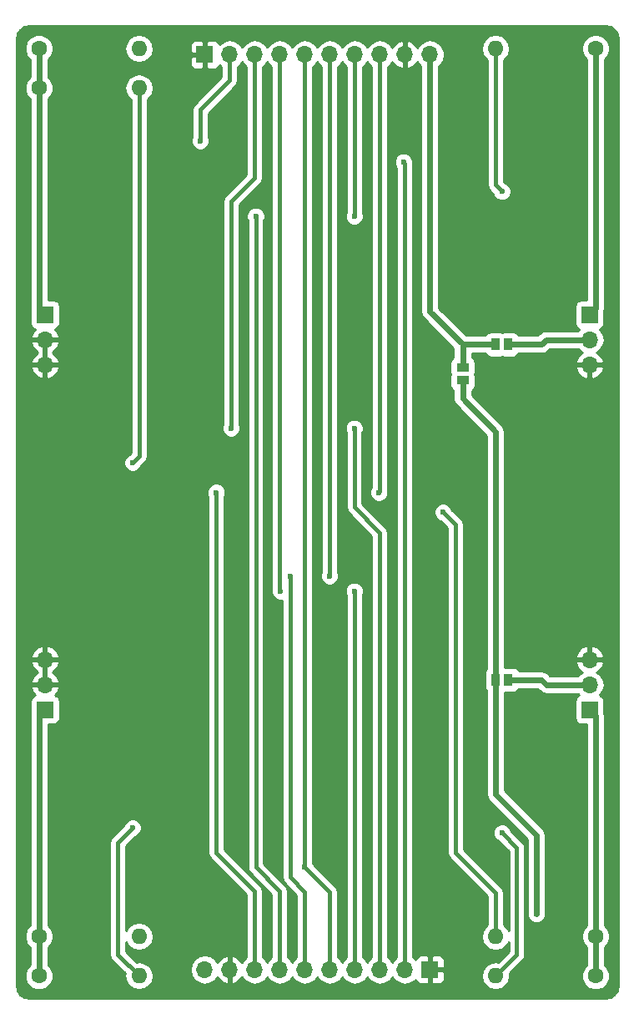
<source format=gbr>
G04 #@! TF.FileFunction,Copper,L2,Bot,Signal*
%FSLAX46Y46*%
G04 Gerber Fmt 4.6, Leading zero omitted, Abs format (unit mm)*
G04 Created by KiCad (PCBNEW 4.0.4+e1-6308~48~ubuntu16.04.1-stable) date Sun Jan 28 16:13:34 2018*
%MOMM*%
%LPD*%
G01*
G04 APERTURE LIST*
%ADD10C,0.100000*%
%ADD11R,1.700000X1.700000*%
%ADD12O,1.700000X1.700000*%
%ADD13C,1.600000*%
%ADD14O,1.600000X1.600000*%
%ADD15R,0.970000X1.270000*%
%ADD16R,1.270000X0.970000*%
%ADD17C,0.600000*%
%ADD18C,0.400000*%
%ADD19C,0.600000*%
%ADD20C,0.254000*%
G04 APERTURE END LIST*
D10*
D11*
X119820000Y-58620000D03*
D12*
X122360000Y-58620000D03*
X124900000Y-58620000D03*
X127440000Y-58620000D03*
X129980000Y-58620000D03*
X132520000Y-58620000D03*
X135060000Y-58620000D03*
X137600000Y-58620000D03*
X140140000Y-58620000D03*
X142680000Y-58620000D03*
D11*
X142680000Y-151380000D03*
D12*
X140140000Y-151380000D03*
X137600000Y-151380000D03*
X135060000Y-151380000D03*
X132520000Y-151380000D03*
X129980000Y-151380000D03*
X127440000Y-151380000D03*
X124900000Y-151380000D03*
X122360000Y-151380000D03*
X119820000Y-151380000D03*
D13*
X103000000Y-58000000D03*
D14*
X113160000Y-58000000D03*
D13*
X159500000Y-58000000D03*
D14*
X149340000Y-58000000D03*
D13*
X159500000Y-152000000D03*
D14*
X149340000Y-152000000D03*
D13*
X103000000Y-148000000D03*
D14*
X113160000Y-148000000D03*
D13*
X103000000Y-152000000D03*
D14*
X113160000Y-152000000D03*
D13*
X103000000Y-62000000D03*
D14*
X113160000Y-62000000D03*
D13*
X159500000Y-148000000D03*
D14*
X149340000Y-148000000D03*
D11*
X103620000Y-84980000D03*
D12*
X103620000Y-87520000D03*
X103620000Y-90060000D03*
D11*
X158880000Y-84980000D03*
D12*
X158880000Y-87520000D03*
X158880000Y-90060000D03*
D11*
X103620000Y-125020000D03*
D12*
X103620000Y-122480000D03*
X103620000Y-119940000D03*
D11*
X158880000Y-125020000D03*
D12*
X158880000Y-122480000D03*
X158880000Y-119940000D03*
D15*
X150640000Y-88000000D03*
X149360000Y-88000000D03*
D16*
X146000000Y-91640000D03*
X146000000Y-90360000D03*
D15*
X150640000Y-122000000D03*
X149360000Y-122000000D03*
D17*
X150000000Y-72500000D03*
X150000000Y-137500000D03*
X112500000Y-137000000D03*
X112500000Y-100000000D03*
X144000000Y-105000000D03*
X140000000Y-69500000D03*
X119380000Y-67395000D03*
X122500000Y-96500000D03*
X135000000Y-96500000D03*
X135000000Y-113000000D03*
X127500000Y-113000000D03*
X129980000Y-141000000D03*
X128500000Y-111500000D03*
X132500000Y-111500000D03*
X125000000Y-75000000D03*
X135000000Y-75000000D03*
X137500000Y-103000000D03*
X121000000Y-103000000D03*
X153500000Y-145750000D03*
D18*
X149340000Y-58000000D02*
X149340000Y-62000000D01*
X149340000Y-71840000D02*
X150000000Y-72500000D01*
X149340000Y-62000000D02*
X149340000Y-71840000D01*
X151500000Y-149840000D02*
X149340000Y-152000000D01*
X151500000Y-139000000D02*
X151500000Y-149840000D01*
X150000000Y-137500000D02*
X151500000Y-139000000D01*
X111000000Y-149840000D02*
X113160000Y-152000000D01*
X111000000Y-138500000D02*
X111000000Y-149840000D01*
X112500000Y-137000000D02*
X111000000Y-138500000D01*
X113160000Y-98340000D02*
X113160000Y-99340000D01*
X113160000Y-62000000D02*
X113160000Y-98340000D01*
X113160000Y-99340000D02*
X112500000Y-100000000D01*
X149340000Y-148000000D02*
X149340000Y-143590000D01*
X145250000Y-106250000D02*
X144000000Y-105000000D01*
X145250000Y-139500000D02*
X145250000Y-106250000D01*
X149340000Y-143590000D02*
X145250000Y-139500000D01*
X140140000Y-151380000D02*
X140140000Y-69640000D01*
X140140000Y-69640000D02*
X140000000Y-69500000D01*
X122360000Y-58620000D02*
X122360000Y-61240000D01*
X119380000Y-64220000D02*
X119380000Y-67395000D01*
X122360000Y-61240000D02*
X119380000Y-64220000D01*
X124900000Y-71100000D02*
X124900000Y-58620000D01*
X122500000Y-73500000D02*
X124900000Y-71100000D01*
X122500000Y-96500000D02*
X122500000Y-73500000D01*
X137600000Y-151380000D02*
X137600000Y-107100000D01*
X135000000Y-104500000D02*
X135000000Y-96500000D01*
X137600000Y-107100000D02*
X135000000Y-104500000D01*
X135060000Y-151380000D02*
X135060000Y-113060000D01*
X135060000Y-113060000D02*
X135000000Y-113000000D01*
X127440000Y-58620000D02*
X127440000Y-112940000D01*
X127440000Y-112940000D02*
X127500000Y-113000000D01*
X129980000Y-58620000D02*
X129980000Y-141000000D01*
X129980000Y-141000000D02*
X129980000Y-140980000D01*
X129980000Y-140980000D02*
X132520000Y-143520000D01*
X132520000Y-143520000D02*
X132520000Y-151380000D01*
X129980000Y-151380000D02*
X129980000Y-143480000D01*
X128500000Y-142000000D02*
X128500000Y-111500000D01*
X129980000Y-143480000D02*
X128500000Y-142000000D01*
X132520000Y-58620000D02*
X132520000Y-111480000D01*
X132520000Y-111480000D02*
X132500000Y-111500000D01*
X127440000Y-151380000D02*
X127440000Y-143440000D01*
X125000000Y-141000000D02*
X125000000Y-75000000D01*
X127440000Y-143440000D02*
X125000000Y-141000000D01*
X135060000Y-74940000D02*
X135060000Y-58620000D01*
X135000000Y-75000000D02*
X135060000Y-74940000D01*
X137600000Y-102900000D02*
X137600000Y-58620000D01*
X137500000Y-103000000D02*
X137600000Y-102900000D01*
X124900000Y-151380000D02*
X124900000Y-143400000D01*
X121000000Y-139500000D02*
X121000000Y-103000000D01*
X124900000Y-143400000D02*
X121000000Y-139500000D01*
D19*
X103000000Y-152000000D02*
X103000000Y-148000000D01*
X159500000Y-58000000D02*
X159500000Y-84360000D01*
X159500000Y-84360000D02*
X158880000Y-84980000D01*
X159500000Y-148000000D02*
X159500000Y-125640000D01*
X159500000Y-125640000D02*
X158880000Y-125020000D01*
X103000000Y-148000000D02*
X103000000Y-125640000D01*
X103000000Y-125640000D02*
X103620000Y-125020000D01*
X103000000Y-62000000D02*
X103000000Y-84360000D01*
X103000000Y-84360000D02*
X103620000Y-84980000D01*
X159500000Y-152000000D02*
X159500000Y-148000000D01*
X103000000Y-58000000D02*
X103000000Y-62000000D01*
X158880000Y-87520000D02*
X154480000Y-87520000D01*
X154000000Y-88000000D02*
X150640000Y-88000000D01*
X154480000Y-87520000D02*
X154000000Y-88000000D01*
X158880000Y-122480000D02*
X154480000Y-122480000D01*
X154000000Y-122000000D02*
X150640000Y-122000000D01*
X154480000Y-122480000D02*
X154000000Y-122000000D01*
X142680000Y-58620000D02*
X142680000Y-84680000D01*
X142680000Y-84680000D02*
X146000000Y-88000000D01*
X149360000Y-88000000D02*
X146000000Y-88000000D01*
X146000000Y-88000000D02*
X146000000Y-90360000D01*
X149360000Y-122000000D02*
X149360000Y-133610000D01*
X153500000Y-137750000D02*
X153500000Y-145750000D01*
X149360000Y-133610000D02*
X153500000Y-137750000D01*
X149360000Y-122000000D02*
X149360000Y-96860000D01*
X146000000Y-93500000D02*
X146000000Y-91640000D01*
X149360000Y-96860000D02*
X146000000Y-93500000D01*
D20*
G36*
X160988338Y-55821046D02*
X161402333Y-56097669D01*
X161678953Y-56511660D01*
X161790000Y-57069931D01*
X161790000Y-152930069D01*
X161678953Y-153488340D01*
X161402333Y-153902331D01*
X160988338Y-154178954D01*
X160430069Y-154290000D01*
X102069931Y-154290000D01*
X101511660Y-154178953D01*
X101097669Y-153902333D01*
X100821046Y-153488338D01*
X100710000Y-152930069D01*
X100710000Y-148284187D01*
X101564752Y-148284187D01*
X101782757Y-148811800D01*
X102065000Y-149094536D01*
X102065000Y-150905742D01*
X101784176Y-151186077D01*
X101565250Y-151713309D01*
X101564752Y-152284187D01*
X101782757Y-152811800D01*
X102186077Y-153215824D01*
X102713309Y-153434750D01*
X103284187Y-153435248D01*
X103811800Y-153217243D01*
X104215824Y-152813923D01*
X104434750Y-152286691D01*
X104435248Y-151715813D01*
X104217243Y-151188200D01*
X103935000Y-150905464D01*
X103935000Y-149094258D01*
X104215824Y-148813923D01*
X104434750Y-148286691D01*
X104435248Y-147715813D01*
X104217243Y-147188200D01*
X103935000Y-146905464D01*
X103935000Y-138500000D01*
X110165000Y-138500000D01*
X110165000Y-149840000D01*
X110228561Y-150159541D01*
X110322983Y-150300853D01*
X110409566Y-150430434D01*
X111743714Y-151764582D01*
X111696887Y-152000000D01*
X111806120Y-152549151D01*
X112117189Y-153014698D01*
X112582736Y-153325767D01*
X113131887Y-153435000D01*
X113188113Y-153435000D01*
X113737264Y-153325767D01*
X114202811Y-153014698D01*
X114513880Y-152549151D01*
X114623113Y-152000000D01*
X114513880Y-151450849D01*
X114447101Y-151350907D01*
X118335000Y-151350907D01*
X118335000Y-151409093D01*
X118448039Y-151977378D01*
X118769946Y-152459147D01*
X119251715Y-152781054D01*
X119820000Y-152894093D01*
X120388285Y-152781054D01*
X120870054Y-152459147D01*
X121097702Y-152118447D01*
X121164817Y-152261358D01*
X121593076Y-152651645D01*
X122003110Y-152821476D01*
X122233000Y-152700155D01*
X122233000Y-151507000D01*
X122213000Y-151507000D01*
X122213000Y-151253000D01*
X122233000Y-151253000D01*
X122233000Y-150059845D01*
X122003110Y-149938524D01*
X121593076Y-150108355D01*
X121164817Y-150498642D01*
X121097702Y-150641553D01*
X120870054Y-150300853D01*
X120388285Y-149978946D01*
X119820000Y-149865907D01*
X119251715Y-149978946D01*
X118769946Y-150300853D01*
X118448039Y-150782622D01*
X118335000Y-151350907D01*
X114447101Y-151350907D01*
X114202811Y-150985302D01*
X113737264Y-150674233D01*
X113188113Y-150565000D01*
X113131887Y-150565000D01*
X112943367Y-150602499D01*
X111835000Y-149494132D01*
X111835000Y-148592373D01*
X112117189Y-149014698D01*
X112582736Y-149325767D01*
X113131887Y-149435000D01*
X113188113Y-149435000D01*
X113737264Y-149325767D01*
X114202811Y-149014698D01*
X114513880Y-148549151D01*
X114623113Y-148000000D01*
X114513880Y-147450849D01*
X114202811Y-146985302D01*
X113737264Y-146674233D01*
X113188113Y-146565000D01*
X113131887Y-146565000D01*
X112582736Y-146674233D01*
X112117189Y-146985302D01*
X111835000Y-147407627D01*
X111835000Y-138845868D01*
X112788333Y-137892535D01*
X113028943Y-137793117D01*
X113292192Y-137530327D01*
X113434838Y-137186799D01*
X113435162Y-136814833D01*
X113293117Y-136471057D01*
X113030327Y-136207808D01*
X112686799Y-136065162D01*
X112314833Y-136064838D01*
X111971057Y-136206883D01*
X111707808Y-136469673D01*
X111607222Y-136711910D01*
X110409566Y-137909566D01*
X110228561Y-138180459D01*
X110165000Y-138500000D01*
X103935000Y-138500000D01*
X103935000Y-126517440D01*
X104470000Y-126517440D01*
X104705317Y-126473162D01*
X104921441Y-126334090D01*
X105066431Y-126121890D01*
X105117440Y-125870000D01*
X105117440Y-124170000D01*
X105073162Y-123934683D01*
X104934090Y-123718559D01*
X104721890Y-123573569D01*
X104613893Y-123551699D01*
X104891645Y-123246924D01*
X105061476Y-122836890D01*
X104940155Y-122607000D01*
X103747000Y-122607000D01*
X103747000Y-122627000D01*
X103493000Y-122627000D01*
X103493000Y-122607000D01*
X102299845Y-122607000D01*
X102178524Y-122836890D01*
X102348355Y-123246924D01*
X102624501Y-123549937D01*
X102534683Y-123566838D01*
X102318559Y-123705910D01*
X102173569Y-123918110D01*
X102122560Y-124170000D01*
X102122560Y-125350628D01*
X102065000Y-125640000D01*
X102065000Y-146905742D01*
X101784176Y-147186077D01*
X101565250Y-147713309D01*
X101564752Y-148284187D01*
X100710000Y-148284187D01*
X100710000Y-120296890D01*
X102178524Y-120296890D01*
X102348355Y-120706924D01*
X102738642Y-121135183D01*
X102897954Y-121210000D01*
X102738642Y-121284817D01*
X102348355Y-121713076D01*
X102178524Y-122123110D01*
X102299845Y-122353000D01*
X103493000Y-122353000D01*
X103493000Y-120067000D01*
X103747000Y-120067000D01*
X103747000Y-122353000D01*
X104940155Y-122353000D01*
X105061476Y-122123110D01*
X104891645Y-121713076D01*
X104501358Y-121284817D01*
X104342046Y-121210000D01*
X104501358Y-121135183D01*
X104891645Y-120706924D01*
X105061476Y-120296890D01*
X104940155Y-120067000D01*
X103747000Y-120067000D01*
X103493000Y-120067000D01*
X102299845Y-120067000D01*
X102178524Y-120296890D01*
X100710000Y-120296890D01*
X100710000Y-119583110D01*
X102178524Y-119583110D01*
X102299845Y-119813000D01*
X103493000Y-119813000D01*
X103493000Y-118619181D01*
X103747000Y-118619181D01*
X103747000Y-119813000D01*
X104940155Y-119813000D01*
X105061476Y-119583110D01*
X104891645Y-119173076D01*
X104501358Y-118744817D01*
X103976892Y-118498514D01*
X103747000Y-118619181D01*
X103493000Y-118619181D01*
X103263108Y-118498514D01*
X102738642Y-118744817D01*
X102348355Y-119173076D01*
X102178524Y-119583110D01*
X100710000Y-119583110D01*
X100710000Y-100185167D01*
X111564838Y-100185167D01*
X111706883Y-100528943D01*
X111969673Y-100792192D01*
X112313201Y-100934838D01*
X112685167Y-100935162D01*
X113028943Y-100793117D01*
X113292192Y-100530327D01*
X113392778Y-100288090D01*
X113750434Y-99930434D01*
X113827676Y-99814833D01*
X113931439Y-99659541D01*
X113995000Y-99340000D01*
X113995000Y-67580167D01*
X118444838Y-67580167D01*
X118586883Y-67923943D01*
X118849673Y-68187192D01*
X119193201Y-68329838D01*
X119565167Y-68330162D01*
X119908943Y-68188117D01*
X120172192Y-67925327D01*
X120314838Y-67581799D01*
X120315162Y-67209833D01*
X120215000Y-66967422D01*
X120215000Y-64565868D01*
X122950434Y-61830434D01*
X123076214Y-61642191D01*
X123131439Y-61559541D01*
X123195000Y-61240000D01*
X123195000Y-59842841D01*
X123410054Y-59699147D01*
X123630000Y-59369974D01*
X123849946Y-59699147D01*
X124065000Y-59842841D01*
X124065000Y-70754132D01*
X121909566Y-72909566D01*
X121728561Y-73180459D01*
X121665000Y-73500000D01*
X121665000Y-96072766D01*
X121565162Y-96313201D01*
X121564838Y-96685167D01*
X121706883Y-97028943D01*
X121969673Y-97292192D01*
X122313201Y-97434838D01*
X122685167Y-97435162D01*
X123028943Y-97293117D01*
X123292192Y-97030327D01*
X123434838Y-96686799D01*
X123435162Y-96314833D01*
X123335000Y-96072422D01*
X123335000Y-73845868D01*
X125490434Y-71690434D01*
X125671440Y-71419540D01*
X125735000Y-71100000D01*
X125735000Y-59842841D01*
X125950054Y-59699147D01*
X126170000Y-59369974D01*
X126389946Y-59699147D01*
X126605000Y-59842841D01*
X126605000Y-112717261D01*
X126565162Y-112813201D01*
X126564838Y-113185167D01*
X126706883Y-113528943D01*
X126969673Y-113792192D01*
X127313201Y-113934838D01*
X127665000Y-113935144D01*
X127665000Y-142000000D01*
X127728561Y-142319541D01*
X127892572Y-142565000D01*
X127909566Y-142590434D01*
X129145000Y-143825868D01*
X129145000Y-150157159D01*
X128929946Y-150300853D01*
X128710000Y-150630026D01*
X128490054Y-150300853D01*
X128275000Y-150157159D01*
X128275000Y-143440000D01*
X128211439Y-143120459D01*
X128030434Y-142849566D01*
X125835000Y-140654132D01*
X125835000Y-75427234D01*
X125934838Y-75186799D01*
X125935162Y-74814833D01*
X125793117Y-74471057D01*
X125530327Y-74207808D01*
X125186799Y-74065162D01*
X124814833Y-74064838D01*
X124471057Y-74206883D01*
X124207808Y-74469673D01*
X124065162Y-74813201D01*
X124064838Y-75185167D01*
X124165000Y-75427578D01*
X124165000Y-141000000D01*
X124228561Y-141319541D01*
X124288714Y-141409566D01*
X124409566Y-141590434D01*
X126605000Y-143785868D01*
X126605000Y-150157159D01*
X126389946Y-150300853D01*
X126170000Y-150630026D01*
X125950054Y-150300853D01*
X125735000Y-150157159D01*
X125735000Y-143400000D01*
X125671439Y-143080459D01*
X125490434Y-142809566D01*
X121835000Y-139154132D01*
X121835000Y-103427234D01*
X121934838Y-103186799D01*
X121935162Y-102814833D01*
X121793117Y-102471057D01*
X121530327Y-102207808D01*
X121186799Y-102065162D01*
X120814833Y-102064838D01*
X120471057Y-102206883D01*
X120207808Y-102469673D01*
X120065162Y-102813201D01*
X120064838Y-103185167D01*
X120165000Y-103427578D01*
X120165000Y-139500000D01*
X120228561Y-139819541D01*
X120392463Y-140064838D01*
X120409566Y-140090434D01*
X124065000Y-143745868D01*
X124065000Y-150157159D01*
X123849946Y-150300853D01*
X123622298Y-150641553D01*
X123555183Y-150498642D01*
X123126924Y-150108355D01*
X122716890Y-149938524D01*
X122487000Y-150059845D01*
X122487000Y-151253000D01*
X122507000Y-151253000D01*
X122507000Y-151507000D01*
X122487000Y-151507000D01*
X122487000Y-152700155D01*
X122716890Y-152821476D01*
X123126924Y-152651645D01*
X123555183Y-152261358D01*
X123622298Y-152118447D01*
X123849946Y-152459147D01*
X124331715Y-152781054D01*
X124900000Y-152894093D01*
X125468285Y-152781054D01*
X125950054Y-152459147D01*
X126170000Y-152129974D01*
X126389946Y-152459147D01*
X126871715Y-152781054D01*
X127440000Y-152894093D01*
X128008285Y-152781054D01*
X128490054Y-152459147D01*
X128710000Y-152129974D01*
X128929946Y-152459147D01*
X129411715Y-152781054D01*
X129980000Y-152894093D01*
X130548285Y-152781054D01*
X131030054Y-152459147D01*
X131250000Y-152129974D01*
X131469946Y-152459147D01*
X131951715Y-152781054D01*
X132520000Y-152894093D01*
X133088285Y-152781054D01*
X133570054Y-152459147D01*
X133790000Y-152129974D01*
X134009946Y-152459147D01*
X134491715Y-152781054D01*
X135060000Y-152894093D01*
X135628285Y-152781054D01*
X136110054Y-152459147D01*
X136330000Y-152129974D01*
X136549946Y-152459147D01*
X137031715Y-152781054D01*
X137600000Y-152894093D01*
X138168285Y-152781054D01*
X138650054Y-152459147D01*
X138870000Y-152129974D01*
X139089946Y-152459147D01*
X139571715Y-152781054D01*
X140140000Y-152894093D01*
X140708285Y-152781054D01*
X141190054Y-152459147D01*
X141219403Y-152415223D01*
X141291673Y-152589698D01*
X141470301Y-152768327D01*
X141703690Y-152865000D01*
X142394250Y-152865000D01*
X142553000Y-152706250D01*
X142553000Y-151507000D01*
X142807000Y-151507000D01*
X142807000Y-152706250D01*
X142965750Y-152865000D01*
X143656310Y-152865000D01*
X143889699Y-152768327D01*
X144068327Y-152589698D01*
X144165000Y-152356309D01*
X144165000Y-151665750D01*
X144006250Y-151507000D01*
X142807000Y-151507000D01*
X142553000Y-151507000D01*
X142533000Y-151507000D01*
X142533000Y-151253000D01*
X142553000Y-151253000D01*
X142553000Y-150053750D01*
X142807000Y-150053750D01*
X142807000Y-151253000D01*
X144006250Y-151253000D01*
X144165000Y-151094250D01*
X144165000Y-150403691D01*
X144068327Y-150170302D01*
X143889699Y-149991673D01*
X143656310Y-149895000D01*
X142965750Y-149895000D01*
X142807000Y-150053750D01*
X142553000Y-150053750D01*
X142394250Y-149895000D01*
X141703690Y-149895000D01*
X141470301Y-149991673D01*
X141291673Y-150170302D01*
X141219403Y-150344777D01*
X141190054Y-150300853D01*
X140975000Y-150157159D01*
X140975000Y-105185167D01*
X143064838Y-105185167D01*
X143206883Y-105528943D01*
X143469673Y-105792192D01*
X143711910Y-105892778D01*
X144415000Y-106595868D01*
X144415000Y-139500000D01*
X144478561Y-139819541D01*
X144642463Y-140064838D01*
X144659566Y-140090434D01*
X148505000Y-143935868D01*
X148505000Y-146846447D01*
X148297189Y-146985302D01*
X147986120Y-147450849D01*
X147876887Y-148000000D01*
X147986120Y-148549151D01*
X148297189Y-149014698D01*
X148762736Y-149325767D01*
X149311887Y-149435000D01*
X149368113Y-149435000D01*
X149917264Y-149325767D01*
X150382811Y-149014698D01*
X150665000Y-148592373D01*
X150665000Y-149494132D01*
X149556633Y-150602499D01*
X149368113Y-150565000D01*
X149311887Y-150565000D01*
X148762736Y-150674233D01*
X148297189Y-150985302D01*
X147986120Y-151450849D01*
X147876887Y-152000000D01*
X147986120Y-152549151D01*
X148297189Y-153014698D01*
X148762736Y-153325767D01*
X149311887Y-153435000D01*
X149368113Y-153435000D01*
X149917264Y-153325767D01*
X150382811Y-153014698D01*
X150693880Y-152549151D01*
X150803113Y-152000000D01*
X150756286Y-151764582D01*
X152090434Y-150430434D01*
X152177017Y-150300853D01*
X152271439Y-150159541D01*
X152335000Y-149840000D01*
X152335000Y-139000000D01*
X152271439Y-138680459D01*
X152090434Y-138409566D01*
X150892535Y-137211667D01*
X150793117Y-136971057D01*
X150530327Y-136707808D01*
X150186799Y-136565162D01*
X149814833Y-136564838D01*
X149471057Y-136706883D01*
X149207808Y-136969673D01*
X149065162Y-137313201D01*
X149064838Y-137685167D01*
X149206883Y-138028943D01*
X149469673Y-138292192D01*
X149711910Y-138392778D01*
X150665000Y-139345868D01*
X150665000Y-147407627D01*
X150382811Y-146985302D01*
X150175000Y-146846447D01*
X150175000Y-143590000D01*
X150111439Y-143270459D01*
X149930434Y-142999566D01*
X146085000Y-139154132D01*
X146085000Y-106250000D01*
X146021439Y-105930459D01*
X145840434Y-105659566D01*
X144892535Y-104711667D01*
X144793117Y-104471057D01*
X144530327Y-104207808D01*
X144186799Y-104065162D01*
X143814833Y-104064838D01*
X143471057Y-104206883D01*
X143207808Y-104469673D01*
X143065162Y-104813201D01*
X143064838Y-105185167D01*
X140975000Y-105185167D01*
X140975000Y-69640000D01*
X140935054Y-69439177D01*
X140935162Y-69314833D01*
X140793117Y-68971057D01*
X140530327Y-68707808D01*
X140186799Y-68565162D01*
X139814833Y-68564838D01*
X139471057Y-68706883D01*
X139207808Y-68969673D01*
X139065162Y-69313201D01*
X139064838Y-69685167D01*
X139206883Y-70028943D01*
X139305000Y-70127231D01*
X139305000Y-150157159D01*
X139089946Y-150300853D01*
X138870000Y-150630026D01*
X138650054Y-150300853D01*
X138435000Y-150157159D01*
X138435000Y-107100000D01*
X138371439Y-106780459D01*
X138190434Y-106509566D01*
X135835000Y-104154132D01*
X135835000Y-96927234D01*
X135934838Y-96686799D01*
X135935162Y-96314833D01*
X135793117Y-95971057D01*
X135530327Y-95707808D01*
X135186799Y-95565162D01*
X134814833Y-95564838D01*
X134471057Y-95706883D01*
X134207808Y-95969673D01*
X134065162Y-96313201D01*
X134064838Y-96685167D01*
X134165000Y-96927578D01*
X134165000Y-104500000D01*
X134228561Y-104819541D01*
X134349140Y-105000000D01*
X134409566Y-105090434D01*
X136765000Y-107445868D01*
X136765000Y-150157159D01*
X136549946Y-150300853D01*
X136330000Y-150630026D01*
X136110054Y-150300853D01*
X135895000Y-150157159D01*
X135895000Y-113282739D01*
X135934838Y-113186799D01*
X135935162Y-112814833D01*
X135793117Y-112471057D01*
X135530327Y-112207808D01*
X135186799Y-112065162D01*
X134814833Y-112064838D01*
X134471057Y-112206883D01*
X134207808Y-112469673D01*
X134065162Y-112813201D01*
X134064838Y-113185167D01*
X134206883Y-113528943D01*
X134225000Y-113547092D01*
X134225000Y-150157159D01*
X134009946Y-150300853D01*
X133790000Y-150630026D01*
X133570054Y-150300853D01*
X133355000Y-150157159D01*
X133355000Y-143520000D01*
X133291439Y-143200459D01*
X133110434Y-142929566D01*
X130858452Y-140677584D01*
X130815000Y-140572422D01*
X130815000Y-59842841D01*
X131030054Y-59699147D01*
X131250000Y-59369974D01*
X131469946Y-59699147D01*
X131685000Y-59842841D01*
X131685000Y-111024600D01*
X131565162Y-111313201D01*
X131564838Y-111685167D01*
X131706883Y-112028943D01*
X131969673Y-112292192D01*
X132313201Y-112434838D01*
X132685167Y-112435162D01*
X133028943Y-112293117D01*
X133292192Y-112030327D01*
X133434838Y-111686799D01*
X133435162Y-111314833D01*
X133355000Y-111120826D01*
X133355000Y-59842841D01*
X133570054Y-59699147D01*
X133790000Y-59369974D01*
X134009946Y-59699147D01*
X134225000Y-59842841D01*
X134225000Y-74452511D01*
X134207808Y-74469673D01*
X134065162Y-74813201D01*
X134064838Y-75185167D01*
X134206883Y-75528943D01*
X134469673Y-75792192D01*
X134813201Y-75934838D01*
X135185167Y-75935162D01*
X135528943Y-75793117D01*
X135792192Y-75530327D01*
X135934838Y-75186799D01*
X135935162Y-74814833D01*
X135895000Y-74717633D01*
X135895000Y-59842841D01*
X136110054Y-59699147D01*
X136330000Y-59369974D01*
X136549946Y-59699147D01*
X136765000Y-59842841D01*
X136765000Y-102412581D01*
X136707808Y-102469673D01*
X136565162Y-102813201D01*
X136564838Y-103185167D01*
X136706883Y-103528943D01*
X136969673Y-103792192D01*
X137313201Y-103934838D01*
X137685167Y-103935162D01*
X138028943Y-103793117D01*
X138292192Y-103530327D01*
X138434838Y-103186799D01*
X138435162Y-102814833D01*
X138435000Y-102814441D01*
X138435000Y-59842841D01*
X138650054Y-59699147D01*
X138877702Y-59358447D01*
X138944817Y-59501358D01*
X139373076Y-59891645D01*
X139783110Y-60061476D01*
X140013000Y-59940155D01*
X140013000Y-58747000D01*
X139993000Y-58747000D01*
X139993000Y-58493000D01*
X140013000Y-58493000D01*
X140013000Y-57299845D01*
X140267000Y-57299845D01*
X140267000Y-58493000D01*
X140287000Y-58493000D01*
X140287000Y-58747000D01*
X140267000Y-58747000D01*
X140267000Y-59940155D01*
X140496890Y-60061476D01*
X140906924Y-59891645D01*
X141335183Y-59501358D01*
X141402298Y-59358447D01*
X141629946Y-59699147D01*
X141745000Y-59776023D01*
X141745000Y-84680000D01*
X141816173Y-85037809D01*
X142018855Y-85341145D01*
X145065000Y-88387290D01*
X145065000Y-89313460D01*
X144913559Y-89410910D01*
X144768569Y-89623110D01*
X144717560Y-89875000D01*
X144717560Y-90845000D01*
X144747796Y-91005690D01*
X144717560Y-91155000D01*
X144717560Y-92125000D01*
X144761838Y-92360317D01*
X144900910Y-92576441D01*
X145065000Y-92688559D01*
X145065000Y-93500000D01*
X145136173Y-93857809D01*
X145338855Y-94161145D01*
X148425000Y-97247290D01*
X148425000Y-120899983D01*
X148423559Y-120900910D01*
X148278569Y-121113110D01*
X148227560Y-121365000D01*
X148227560Y-122635000D01*
X148271838Y-122870317D01*
X148410910Y-123086441D01*
X148425000Y-123096068D01*
X148425000Y-133610000D01*
X148496173Y-133967809D01*
X148698855Y-134271145D01*
X152565000Y-138137290D01*
X152565000Y-145749184D01*
X152564838Y-145935167D01*
X152706883Y-146278943D01*
X152969673Y-146542192D01*
X153313201Y-146684838D01*
X153685167Y-146685162D01*
X154028943Y-146543117D01*
X154292192Y-146280327D01*
X154434838Y-145936799D01*
X154435162Y-145564833D01*
X154435000Y-145564441D01*
X154435000Y-137750000D01*
X154363827Y-137392191D01*
X154161145Y-137088855D01*
X150295000Y-133222710D01*
X150295000Y-123282440D01*
X151125000Y-123282440D01*
X151360317Y-123238162D01*
X151576441Y-123099090D01*
X151688559Y-122935000D01*
X153612711Y-122935000D01*
X153818853Y-123141142D01*
X153818855Y-123141145D01*
X154122191Y-123343827D01*
X154181556Y-123355636D01*
X154480000Y-123415001D01*
X154480005Y-123415000D01*
X157723977Y-123415000D01*
X157800853Y-123530054D01*
X157842452Y-123557850D01*
X157794683Y-123566838D01*
X157578559Y-123705910D01*
X157433569Y-123918110D01*
X157382560Y-124170000D01*
X157382560Y-125870000D01*
X157426838Y-126105317D01*
X157565910Y-126321441D01*
X157778110Y-126466431D01*
X158030000Y-126517440D01*
X158565000Y-126517440D01*
X158565000Y-146905742D01*
X158284176Y-147186077D01*
X158065250Y-147713309D01*
X158064752Y-148284187D01*
X158282757Y-148811800D01*
X158565000Y-149094536D01*
X158565000Y-150905742D01*
X158284176Y-151186077D01*
X158065250Y-151713309D01*
X158064752Y-152284187D01*
X158282757Y-152811800D01*
X158686077Y-153215824D01*
X159213309Y-153434750D01*
X159784187Y-153435248D01*
X160311800Y-153217243D01*
X160715824Y-152813923D01*
X160934750Y-152286691D01*
X160935248Y-151715813D01*
X160717243Y-151188200D01*
X160435000Y-150905464D01*
X160435000Y-149094258D01*
X160715824Y-148813923D01*
X160934750Y-148286691D01*
X160935248Y-147715813D01*
X160717243Y-147188200D01*
X160435000Y-146905464D01*
X160435000Y-125640000D01*
X160377440Y-125350628D01*
X160377440Y-124170000D01*
X160333162Y-123934683D01*
X160194090Y-123718559D01*
X159981890Y-123573569D01*
X159914459Y-123559914D01*
X159959147Y-123530054D01*
X160281054Y-123048285D01*
X160394093Y-122480000D01*
X160281054Y-121911715D01*
X159959147Y-121429946D01*
X159618447Y-121202298D01*
X159761358Y-121135183D01*
X160151645Y-120706924D01*
X160321476Y-120296890D01*
X160200155Y-120067000D01*
X159007000Y-120067000D01*
X159007000Y-120087000D01*
X158753000Y-120087000D01*
X158753000Y-120067000D01*
X157559845Y-120067000D01*
X157438524Y-120296890D01*
X157608355Y-120706924D01*
X157998642Y-121135183D01*
X158141553Y-121202298D01*
X157800853Y-121429946D01*
X157723977Y-121545000D01*
X154867290Y-121545000D01*
X154661145Y-121338855D01*
X154357809Y-121136173D01*
X154000000Y-121065000D01*
X151686540Y-121065000D01*
X151589090Y-120913559D01*
X151376890Y-120768569D01*
X151125000Y-120717560D01*
X150295000Y-120717560D01*
X150295000Y-119583110D01*
X157438524Y-119583110D01*
X157559845Y-119813000D01*
X158753000Y-119813000D01*
X158753000Y-118619181D01*
X159007000Y-118619181D01*
X159007000Y-119813000D01*
X160200155Y-119813000D01*
X160321476Y-119583110D01*
X160151645Y-119173076D01*
X159761358Y-118744817D01*
X159236892Y-118498514D01*
X159007000Y-118619181D01*
X158753000Y-118619181D01*
X158523108Y-118498514D01*
X157998642Y-118744817D01*
X157608355Y-119173076D01*
X157438524Y-119583110D01*
X150295000Y-119583110D01*
X150295000Y-96860005D01*
X150295001Y-96860000D01*
X150223827Y-96502192D01*
X150223827Y-96502191D01*
X150021145Y-96198855D01*
X146935000Y-93112710D01*
X146935000Y-92686540D01*
X147086441Y-92589090D01*
X147231431Y-92376890D01*
X147282440Y-92125000D01*
X147282440Y-91155000D01*
X147252204Y-90994310D01*
X147282440Y-90845000D01*
X147282440Y-90416890D01*
X157438524Y-90416890D01*
X157608355Y-90826924D01*
X157998642Y-91255183D01*
X158523108Y-91501486D01*
X158753000Y-91380819D01*
X158753000Y-90187000D01*
X159007000Y-90187000D01*
X159007000Y-91380819D01*
X159236892Y-91501486D01*
X159761358Y-91255183D01*
X160151645Y-90826924D01*
X160321476Y-90416890D01*
X160200155Y-90187000D01*
X159007000Y-90187000D01*
X158753000Y-90187000D01*
X157559845Y-90187000D01*
X157438524Y-90416890D01*
X147282440Y-90416890D01*
X147282440Y-89875000D01*
X147238162Y-89639683D01*
X147099090Y-89423559D01*
X146935000Y-89311441D01*
X146935000Y-88935000D01*
X148313460Y-88935000D01*
X148410910Y-89086441D01*
X148623110Y-89231431D01*
X148875000Y-89282440D01*
X149845000Y-89282440D01*
X150005690Y-89252204D01*
X150155000Y-89282440D01*
X151125000Y-89282440D01*
X151360317Y-89238162D01*
X151576441Y-89099090D01*
X151688559Y-88935000D01*
X154000000Y-88935000D01*
X154357809Y-88863827D01*
X154661145Y-88661145D01*
X154867290Y-88455000D01*
X157723977Y-88455000D01*
X157800853Y-88570054D01*
X158141553Y-88797702D01*
X157998642Y-88864817D01*
X157608355Y-89293076D01*
X157438524Y-89703110D01*
X157559845Y-89933000D01*
X158753000Y-89933000D01*
X158753000Y-89913000D01*
X159007000Y-89913000D01*
X159007000Y-89933000D01*
X160200155Y-89933000D01*
X160321476Y-89703110D01*
X160151645Y-89293076D01*
X159761358Y-88864817D01*
X159618447Y-88797702D01*
X159959147Y-88570054D01*
X160281054Y-88088285D01*
X160394093Y-87520000D01*
X160281054Y-86951715D01*
X159959147Y-86469946D01*
X159917548Y-86442150D01*
X159965317Y-86433162D01*
X160181441Y-86294090D01*
X160326431Y-86081890D01*
X160377440Y-85830000D01*
X160377440Y-84649372D01*
X160435000Y-84360000D01*
X160435000Y-59094258D01*
X160715824Y-58813923D01*
X160934750Y-58286691D01*
X160935248Y-57715813D01*
X160717243Y-57188200D01*
X160313923Y-56784176D01*
X159786691Y-56565250D01*
X159215813Y-56564752D01*
X158688200Y-56782757D01*
X158284176Y-57186077D01*
X158065250Y-57713309D01*
X158064752Y-58284187D01*
X158282757Y-58811800D01*
X158565000Y-59094536D01*
X158565000Y-83482560D01*
X158030000Y-83482560D01*
X157794683Y-83526838D01*
X157578559Y-83665910D01*
X157433569Y-83878110D01*
X157382560Y-84130000D01*
X157382560Y-85830000D01*
X157426838Y-86065317D01*
X157565910Y-86281441D01*
X157778110Y-86426431D01*
X157845541Y-86440086D01*
X157800853Y-86469946D01*
X157723977Y-86585000D01*
X154480005Y-86585000D01*
X154480000Y-86584999D01*
X154181556Y-86644364D01*
X154122191Y-86656173D01*
X153818855Y-86858855D01*
X153818853Y-86858858D01*
X153612711Y-87065000D01*
X151686540Y-87065000D01*
X151589090Y-86913559D01*
X151376890Y-86768569D01*
X151125000Y-86717560D01*
X150155000Y-86717560D01*
X149994310Y-86747796D01*
X149845000Y-86717560D01*
X148875000Y-86717560D01*
X148639683Y-86761838D01*
X148423559Y-86900910D01*
X148311441Y-87065000D01*
X146387290Y-87065000D01*
X143615000Y-84292710D01*
X143615000Y-59776023D01*
X143730054Y-59699147D01*
X144051961Y-59217378D01*
X144165000Y-58649093D01*
X144165000Y-58590907D01*
X144051961Y-58022622D01*
X144036846Y-58000000D01*
X147876887Y-58000000D01*
X147986120Y-58549151D01*
X148297189Y-59014698D01*
X148505000Y-59153553D01*
X148505000Y-71840000D01*
X148568561Y-72159541D01*
X148672324Y-72314833D01*
X148749566Y-72430434D01*
X149107465Y-72788333D01*
X149206883Y-73028943D01*
X149469673Y-73292192D01*
X149813201Y-73434838D01*
X150185167Y-73435162D01*
X150528943Y-73293117D01*
X150792192Y-73030327D01*
X150934838Y-72686799D01*
X150935162Y-72314833D01*
X150793117Y-71971057D01*
X150530327Y-71707808D01*
X150288090Y-71607222D01*
X150175000Y-71494132D01*
X150175000Y-59153553D01*
X150382811Y-59014698D01*
X150693880Y-58549151D01*
X150803113Y-58000000D01*
X150693880Y-57450849D01*
X150382811Y-56985302D01*
X149917264Y-56674233D01*
X149368113Y-56565000D01*
X149311887Y-56565000D01*
X148762736Y-56674233D01*
X148297189Y-56985302D01*
X147986120Y-57450849D01*
X147876887Y-58000000D01*
X144036846Y-58000000D01*
X143730054Y-57540853D01*
X143248285Y-57218946D01*
X142680000Y-57105907D01*
X142111715Y-57218946D01*
X141629946Y-57540853D01*
X141402298Y-57881553D01*
X141335183Y-57738642D01*
X140906924Y-57348355D01*
X140496890Y-57178524D01*
X140267000Y-57299845D01*
X140013000Y-57299845D01*
X139783110Y-57178524D01*
X139373076Y-57348355D01*
X138944817Y-57738642D01*
X138877702Y-57881553D01*
X138650054Y-57540853D01*
X138168285Y-57218946D01*
X137600000Y-57105907D01*
X137031715Y-57218946D01*
X136549946Y-57540853D01*
X136330000Y-57870026D01*
X136110054Y-57540853D01*
X135628285Y-57218946D01*
X135060000Y-57105907D01*
X134491715Y-57218946D01*
X134009946Y-57540853D01*
X133790000Y-57870026D01*
X133570054Y-57540853D01*
X133088285Y-57218946D01*
X132520000Y-57105907D01*
X131951715Y-57218946D01*
X131469946Y-57540853D01*
X131250000Y-57870026D01*
X131030054Y-57540853D01*
X130548285Y-57218946D01*
X129980000Y-57105907D01*
X129411715Y-57218946D01*
X128929946Y-57540853D01*
X128710000Y-57870026D01*
X128490054Y-57540853D01*
X128008285Y-57218946D01*
X127440000Y-57105907D01*
X126871715Y-57218946D01*
X126389946Y-57540853D01*
X126170000Y-57870026D01*
X125950054Y-57540853D01*
X125468285Y-57218946D01*
X124900000Y-57105907D01*
X124331715Y-57218946D01*
X123849946Y-57540853D01*
X123630000Y-57870026D01*
X123410054Y-57540853D01*
X122928285Y-57218946D01*
X122360000Y-57105907D01*
X121791715Y-57218946D01*
X121309946Y-57540853D01*
X121280597Y-57584777D01*
X121208327Y-57410302D01*
X121029699Y-57231673D01*
X120796310Y-57135000D01*
X120105750Y-57135000D01*
X119947000Y-57293750D01*
X119947000Y-58493000D01*
X119967000Y-58493000D01*
X119967000Y-58747000D01*
X119947000Y-58747000D01*
X119947000Y-59946250D01*
X120105750Y-60105000D01*
X120796310Y-60105000D01*
X121029699Y-60008327D01*
X121208327Y-59829698D01*
X121280597Y-59655223D01*
X121309946Y-59699147D01*
X121525000Y-59842841D01*
X121525000Y-60894132D01*
X118789566Y-63629566D01*
X118608561Y-63900459D01*
X118545000Y-64220000D01*
X118545000Y-66967766D01*
X118445162Y-67208201D01*
X118444838Y-67580167D01*
X113995000Y-67580167D01*
X113995000Y-63153553D01*
X114202811Y-63014698D01*
X114513880Y-62549151D01*
X114623113Y-62000000D01*
X114513880Y-61450849D01*
X114202811Y-60985302D01*
X113737264Y-60674233D01*
X113188113Y-60565000D01*
X113131887Y-60565000D01*
X112582736Y-60674233D01*
X112117189Y-60985302D01*
X111806120Y-61450849D01*
X111696887Y-62000000D01*
X111806120Y-62549151D01*
X112117189Y-63014698D01*
X112325000Y-63153553D01*
X112325000Y-98994132D01*
X112211667Y-99107465D01*
X111971057Y-99206883D01*
X111707808Y-99469673D01*
X111565162Y-99813201D01*
X111564838Y-100185167D01*
X100710000Y-100185167D01*
X100710000Y-90416890D01*
X102178524Y-90416890D01*
X102348355Y-90826924D01*
X102738642Y-91255183D01*
X103263108Y-91501486D01*
X103493000Y-91380819D01*
X103493000Y-90187000D01*
X103747000Y-90187000D01*
X103747000Y-91380819D01*
X103976892Y-91501486D01*
X104501358Y-91255183D01*
X104891645Y-90826924D01*
X105061476Y-90416890D01*
X104940155Y-90187000D01*
X103747000Y-90187000D01*
X103493000Y-90187000D01*
X102299845Y-90187000D01*
X102178524Y-90416890D01*
X100710000Y-90416890D01*
X100710000Y-87876890D01*
X102178524Y-87876890D01*
X102348355Y-88286924D01*
X102738642Y-88715183D01*
X102897954Y-88790000D01*
X102738642Y-88864817D01*
X102348355Y-89293076D01*
X102178524Y-89703110D01*
X102299845Y-89933000D01*
X103493000Y-89933000D01*
X103493000Y-87647000D01*
X103747000Y-87647000D01*
X103747000Y-89933000D01*
X104940155Y-89933000D01*
X105061476Y-89703110D01*
X104891645Y-89293076D01*
X104501358Y-88864817D01*
X104342046Y-88790000D01*
X104501358Y-88715183D01*
X104891645Y-88286924D01*
X105061476Y-87876890D01*
X104940155Y-87647000D01*
X103747000Y-87647000D01*
X103493000Y-87647000D01*
X102299845Y-87647000D01*
X102178524Y-87876890D01*
X100710000Y-87876890D01*
X100710000Y-58284187D01*
X101564752Y-58284187D01*
X101782757Y-58811800D01*
X102065000Y-59094536D01*
X102065000Y-60905742D01*
X101784176Y-61186077D01*
X101565250Y-61713309D01*
X101564752Y-62284187D01*
X101782757Y-62811800D01*
X102065000Y-63094536D01*
X102065000Y-84360000D01*
X102122560Y-84649372D01*
X102122560Y-85830000D01*
X102166838Y-86065317D01*
X102305910Y-86281441D01*
X102518110Y-86426431D01*
X102626107Y-86448301D01*
X102348355Y-86753076D01*
X102178524Y-87163110D01*
X102299845Y-87393000D01*
X103493000Y-87393000D01*
X103493000Y-87373000D01*
X103747000Y-87373000D01*
X103747000Y-87393000D01*
X104940155Y-87393000D01*
X105061476Y-87163110D01*
X104891645Y-86753076D01*
X104615499Y-86450063D01*
X104705317Y-86433162D01*
X104921441Y-86294090D01*
X105066431Y-86081890D01*
X105117440Y-85830000D01*
X105117440Y-84130000D01*
X105073162Y-83894683D01*
X104934090Y-83678559D01*
X104721890Y-83533569D01*
X104470000Y-83482560D01*
X103935000Y-83482560D01*
X103935000Y-63094258D01*
X104215824Y-62813923D01*
X104434750Y-62286691D01*
X104435248Y-61715813D01*
X104217243Y-61188200D01*
X103935000Y-60905464D01*
X103935000Y-59094258D01*
X104215824Y-58813923D01*
X104434750Y-58286691D01*
X104435000Y-58000000D01*
X111696887Y-58000000D01*
X111806120Y-58549151D01*
X112117189Y-59014698D01*
X112582736Y-59325767D01*
X113131887Y-59435000D01*
X113188113Y-59435000D01*
X113737264Y-59325767D01*
X114202811Y-59014698D01*
X114275607Y-58905750D01*
X118335000Y-58905750D01*
X118335000Y-59596309D01*
X118431673Y-59829698D01*
X118610301Y-60008327D01*
X118843690Y-60105000D01*
X119534250Y-60105000D01*
X119693000Y-59946250D01*
X119693000Y-58747000D01*
X118493750Y-58747000D01*
X118335000Y-58905750D01*
X114275607Y-58905750D01*
X114513880Y-58549151D01*
X114623113Y-58000000D01*
X114552239Y-57643691D01*
X118335000Y-57643691D01*
X118335000Y-58334250D01*
X118493750Y-58493000D01*
X119693000Y-58493000D01*
X119693000Y-57293750D01*
X119534250Y-57135000D01*
X118843690Y-57135000D01*
X118610301Y-57231673D01*
X118431673Y-57410302D01*
X118335000Y-57643691D01*
X114552239Y-57643691D01*
X114513880Y-57450849D01*
X114202811Y-56985302D01*
X113737264Y-56674233D01*
X113188113Y-56565000D01*
X113131887Y-56565000D01*
X112582736Y-56674233D01*
X112117189Y-56985302D01*
X111806120Y-57450849D01*
X111696887Y-58000000D01*
X104435000Y-58000000D01*
X104435248Y-57715813D01*
X104217243Y-57188200D01*
X103813923Y-56784176D01*
X103286691Y-56565250D01*
X102715813Y-56564752D01*
X102188200Y-56782757D01*
X101784176Y-57186077D01*
X101565250Y-57713309D01*
X101564752Y-58284187D01*
X100710000Y-58284187D01*
X100710000Y-57069931D01*
X100821046Y-56511662D01*
X101097669Y-56097667D01*
X101511660Y-55821047D01*
X102069931Y-55710000D01*
X160430069Y-55710000D01*
X160988338Y-55821046D01*
X160988338Y-55821046D01*
G37*
X160988338Y-55821046D02*
X161402333Y-56097669D01*
X161678953Y-56511660D01*
X161790000Y-57069931D01*
X161790000Y-152930069D01*
X161678953Y-153488340D01*
X161402333Y-153902331D01*
X160988338Y-154178954D01*
X160430069Y-154290000D01*
X102069931Y-154290000D01*
X101511660Y-154178953D01*
X101097669Y-153902333D01*
X100821046Y-153488338D01*
X100710000Y-152930069D01*
X100710000Y-148284187D01*
X101564752Y-148284187D01*
X101782757Y-148811800D01*
X102065000Y-149094536D01*
X102065000Y-150905742D01*
X101784176Y-151186077D01*
X101565250Y-151713309D01*
X101564752Y-152284187D01*
X101782757Y-152811800D01*
X102186077Y-153215824D01*
X102713309Y-153434750D01*
X103284187Y-153435248D01*
X103811800Y-153217243D01*
X104215824Y-152813923D01*
X104434750Y-152286691D01*
X104435248Y-151715813D01*
X104217243Y-151188200D01*
X103935000Y-150905464D01*
X103935000Y-149094258D01*
X104215824Y-148813923D01*
X104434750Y-148286691D01*
X104435248Y-147715813D01*
X104217243Y-147188200D01*
X103935000Y-146905464D01*
X103935000Y-138500000D01*
X110165000Y-138500000D01*
X110165000Y-149840000D01*
X110228561Y-150159541D01*
X110322983Y-150300853D01*
X110409566Y-150430434D01*
X111743714Y-151764582D01*
X111696887Y-152000000D01*
X111806120Y-152549151D01*
X112117189Y-153014698D01*
X112582736Y-153325767D01*
X113131887Y-153435000D01*
X113188113Y-153435000D01*
X113737264Y-153325767D01*
X114202811Y-153014698D01*
X114513880Y-152549151D01*
X114623113Y-152000000D01*
X114513880Y-151450849D01*
X114447101Y-151350907D01*
X118335000Y-151350907D01*
X118335000Y-151409093D01*
X118448039Y-151977378D01*
X118769946Y-152459147D01*
X119251715Y-152781054D01*
X119820000Y-152894093D01*
X120388285Y-152781054D01*
X120870054Y-152459147D01*
X121097702Y-152118447D01*
X121164817Y-152261358D01*
X121593076Y-152651645D01*
X122003110Y-152821476D01*
X122233000Y-152700155D01*
X122233000Y-151507000D01*
X122213000Y-151507000D01*
X122213000Y-151253000D01*
X122233000Y-151253000D01*
X122233000Y-150059845D01*
X122003110Y-149938524D01*
X121593076Y-150108355D01*
X121164817Y-150498642D01*
X121097702Y-150641553D01*
X120870054Y-150300853D01*
X120388285Y-149978946D01*
X119820000Y-149865907D01*
X119251715Y-149978946D01*
X118769946Y-150300853D01*
X118448039Y-150782622D01*
X118335000Y-151350907D01*
X114447101Y-151350907D01*
X114202811Y-150985302D01*
X113737264Y-150674233D01*
X113188113Y-150565000D01*
X113131887Y-150565000D01*
X112943367Y-150602499D01*
X111835000Y-149494132D01*
X111835000Y-148592373D01*
X112117189Y-149014698D01*
X112582736Y-149325767D01*
X113131887Y-149435000D01*
X113188113Y-149435000D01*
X113737264Y-149325767D01*
X114202811Y-149014698D01*
X114513880Y-148549151D01*
X114623113Y-148000000D01*
X114513880Y-147450849D01*
X114202811Y-146985302D01*
X113737264Y-146674233D01*
X113188113Y-146565000D01*
X113131887Y-146565000D01*
X112582736Y-146674233D01*
X112117189Y-146985302D01*
X111835000Y-147407627D01*
X111835000Y-138845868D01*
X112788333Y-137892535D01*
X113028943Y-137793117D01*
X113292192Y-137530327D01*
X113434838Y-137186799D01*
X113435162Y-136814833D01*
X113293117Y-136471057D01*
X113030327Y-136207808D01*
X112686799Y-136065162D01*
X112314833Y-136064838D01*
X111971057Y-136206883D01*
X111707808Y-136469673D01*
X111607222Y-136711910D01*
X110409566Y-137909566D01*
X110228561Y-138180459D01*
X110165000Y-138500000D01*
X103935000Y-138500000D01*
X103935000Y-126517440D01*
X104470000Y-126517440D01*
X104705317Y-126473162D01*
X104921441Y-126334090D01*
X105066431Y-126121890D01*
X105117440Y-125870000D01*
X105117440Y-124170000D01*
X105073162Y-123934683D01*
X104934090Y-123718559D01*
X104721890Y-123573569D01*
X104613893Y-123551699D01*
X104891645Y-123246924D01*
X105061476Y-122836890D01*
X104940155Y-122607000D01*
X103747000Y-122607000D01*
X103747000Y-122627000D01*
X103493000Y-122627000D01*
X103493000Y-122607000D01*
X102299845Y-122607000D01*
X102178524Y-122836890D01*
X102348355Y-123246924D01*
X102624501Y-123549937D01*
X102534683Y-123566838D01*
X102318559Y-123705910D01*
X102173569Y-123918110D01*
X102122560Y-124170000D01*
X102122560Y-125350628D01*
X102065000Y-125640000D01*
X102065000Y-146905742D01*
X101784176Y-147186077D01*
X101565250Y-147713309D01*
X101564752Y-148284187D01*
X100710000Y-148284187D01*
X100710000Y-120296890D01*
X102178524Y-120296890D01*
X102348355Y-120706924D01*
X102738642Y-121135183D01*
X102897954Y-121210000D01*
X102738642Y-121284817D01*
X102348355Y-121713076D01*
X102178524Y-122123110D01*
X102299845Y-122353000D01*
X103493000Y-122353000D01*
X103493000Y-120067000D01*
X103747000Y-120067000D01*
X103747000Y-122353000D01*
X104940155Y-122353000D01*
X105061476Y-122123110D01*
X104891645Y-121713076D01*
X104501358Y-121284817D01*
X104342046Y-121210000D01*
X104501358Y-121135183D01*
X104891645Y-120706924D01*
X105061476Y-120296890D01*
X104940155Y-120067000D01*
X103747000Y-120067000D01*
X103493000Y-120067000D01*
X102299845Y-120067000D01*
X102178524Y-120296890D01*
X100710000Y-120296890D01*
X100710000Y-119583110D01*
X102178524Y-119583110D01*
X102299845Y-119813000D01*
X103493000Y-119813000D01*
X103493000Y-118619181D01*
X103747000Y-118619181D01*
X103747000Y-119813000D01*
X104940155Y-119813000D01*
X105061476Y-119583110D01*
X104891645Y-119173076D01*
X104501358Y-118744817D01*
X103976892Y-118498514D01*
X103747000Y-118619181D01*
X103493000Y-118619181D01*
X103263108Y-118498514D01*
X102738642Y-118744817D01*
X102348355Y-119173076D01*
X102178524Y-119583110D01*
X100710000Y-119583110D01*
X100710000Y-100185167D01*
X111564838Y-100185167D01*
X111706883Y-100528943D01*
X111969673Y-100792192D01*
X112313201Y-100934838D01*
X112685167Y-100935162D01*
X113028943Y-100793117D01*
X113292192Y-100530327D01*
X113392778Y-100288090D01*
X113750434Y-99930434D01*
X113827676Y-99814833D01*
X113931439Y-99659541D01*
X113995000Y-99340000D01*
X113995000Y-67580167D01*
X118444838Y-67580167D01*
X118586883Y-67923943D01*
X118849673Y-68187192D01*
X119193201Y-68329838D01*
X119565167Y-68330162D01*
X119908943Y-68188117D01*
X120172192Y-67925327D01*
X120314838Y-67581799D01*
X120315162Y-67209833D01*
X120215000Y-66967422D01*
X120215000Y-64565868D01*
X122950434Y-61830434D01*
X123076214Y-61642191D01*
X123131439Y-61559541D01*
X123195000Y-61240000D01*
X123195000Y-59842841D01*
X123410054Y-59699147D01*
X123630000Y-59369974D01*
X123849946Y-59699147D01*
X124065000Y-59842841D01*
X124065000Y-70754132D01*
X121909566Y-72909566D01*
X121728561Y-73180459D01*
X121665000Y-73500000D01*
X121665000Y-96072766D01*
X121565162Y-96313201D01*
X121564838Y-96685167D01*
X121706883Y-97028943D01*
X121969673Y-97292192D01*
X122313201Y-97434838D01*
X122685167Y-97435162D01*
X123028943Y-97293117D01*
X123292192Y-97030327D01*
X123434838Y-96686799D01*
X123435162Y-96314833D01*
X123335000Y-96072422D01*
X123335000Y-73845868D01*
X125490434Y-71690434D01*
X125671440Y-71419540D01*
X125735000Y-71100000D01*
X125735000Y-59842841D01*
X125950054Y-59699147D01*
X126170000Y-59369974D01*
X126389946Y-59699147D01*
X126605000Y-59842841D01*
X126605000Y-112717261D01*
X126565162Y-112813201D01*
X126564838Y-113185167D01*
X126706883Y-113528943D01*
X126969673Y-113792192D01*
X127313201Y-113934838D01*
X127665000Y-113935144D01*
X127665000Y-142000000D01*
X127728561Y-142319541D01*
X127892572Y-142565000D01*
X127909566Y-142590434D01*
X129145000Y-143825868D01*
X129145000Y-150157159D01*
X128929946Y-150300853D01*
X128710000Y-150630026D01*
X128490054Y-150300853D01*
X128275000Y-150157159D01*
X128275000Y-143440000D01*
X128211439Y-143120459D01*
X128030434Y-142849566D01*
X125835000Y-140654132D01*
X125835000Y-75427234D01*
X125934838Y-75186799D01*
X125935162Y-74814833D01*
X125793117Y-74471057D01*
X125530327Y-74207808D01*
X125186799Y-74065162D01*
X124814833Y-74064838D01*
X124471057Y-74206883D01*
X124207808Y-74469673D01*
X124065162Y-74813201D01*
X124064838Y-75185167D01*
X124165000Y-75427578D01*
X124165000Y-141000000D01*
X124228561Y-141319541D01*
X124288714Y-141409566D01*
X124409566Y-141590434D01*
X126605000Y-143785868D01*
X126605000Y-150157159D01*
X126389946Y-150300853D01*
X126170000Y-150630026D01*
X125950054Y-150300853D01*
X125735000Y-150157159D01*
X125735000Y-143400000D01*
X125671439Y-143080459D01*
X125490434Y-142809566D01*
X121835000Y-139154132D01*
X121835000Y-103427234D01*
X121934838Y-103186799D01*
X121935162Y-102814833D01*
X121793117Y-102471057D01*
X121530327Y-102207808D01*
X121186799Y-102065162D01*
X120814833Y-102064838D01*
X120471057Y-102206883D01*
X120207808Y-102469673D01*
X120065162Y-102813201D01*
X120064838Y-103185167D01*
X120165000Y-103427578D01*
X120165000Y-139500000D01*
X120228561Y-139819541D01*
X120392463Y-140064838D01*
X120409566Y-140090434D01*
X124065000Y-143745868D01*
X124065000Y-150157159D01*
X123849946Y-150300853D01*
X123622298Y-150641553D01*
X123555183Y-150498642D01*
X123126924Y-150108355D01*
X122716890Y-149938524D01*
X122487000Y-150059845D01*
X122487000Y-151253000D01*
X122507000Y-151253000D01*
X122507000Y-151507000D01*
X122487000Y-151507000D01*
X122487000Y-152700155D01*
X122716890Y-152821476D01*
X123126924Y-152651645D01*
X123555183Y-152261358D01*
X123622298Y-152118447D01*
X123849946Y-152459147D01*
X124331715Y-152781054D01*
X124900000Y-152894093D01*
X125468285Y-152781054D01*
X125950054Y-152459147D01*
X126170000Y-152129974D01*
X126389946Y-152459147D01*
X126871715Y-152781054D01*
X127440000Y-152894093D01*
X128008285Y-152781054D01*
X128490054Y-152459147D01*
X128710000Y-152129974D01*
X128929946Y-152459147D01*
X129411715Y-152781054D01*
X129980000Y-152894093D01*
X130548285Y-152781054D01*
X131030054Y-152459147D01*
X131250000Y-152129974D01*
X131469946Y-152459147D01*
X131951715Y-152781054D01*
X132520000Y-152894093D01*
X133088285Y-152781054D01*
X133570054Y-152459147D01*
X133790000Y-152129974D01*
X134009946Y-152459147D01*
X134491715Y-152781054D01*
X135060000Y-152894093D01*
X135628285Y-152781054D01*
X136110054Y-152459147D01*
X136330000Y-152129974D01*
X136549946Y-152459147D01*
X137031715Y-152781054D01*
X137600000Y-152894093D01*
X138168285Y-152781054D01*
X138650054Y-152459147D01*
X138870000Y-152129974D01*
X139089946Y-152459147D01*
X139571715Y-152781054D01*
X140140000Y-152894093D01*
X140708285Y-152781054D01*
X141190054Y-152459147D01*
X141219403Y-152415223D01*
X141291673Y-152589698D01*
X141470301Y-152768327D01*
X141703690Y-152865000D01*
X142394250Y-152865000D01*
X142553000Y-152706250D01*
X142553000Y-151507000D01*
X142807000Y-151507000D01*
X142807000Y-152706250D01*
X142965750Y-152865000D01*
X143656310Y-152865000D01*
X143889699Y-152768327D01*
X144068327Y-152589698D01*
X144165000Y-152356309D01*
X144165000Y-151665750D01*
X144006250Y-151507000D01*
X142807000Y-151507000D01*
X142553000Y-151507000D01*
X142533000Y-151507000D01*
X142533000Y-151253000D01*
X142553000Y-151253000D01*
X142553000Y-150053750D01*
X142807000Y-150053750D01*
X142807000Y-151253000D01*
X144006250Y-151253000D01*
X144165000Y-151094250D01*
X144165000Y-150403691D01*
X144068327Y-150170302D01*
X143889699Y-149991673D01*
X143656310Y-149895000D01*
X142965750Y-149895000D01*
X142807000Y-150053750D01*
X142553000Y-150053750D01*
X142394250Y-149895000D01*
X141703690Y-149895000D01*
X141470301Y-149991673D01*
X141291673Y-150170302D01*
X141219403Y-150344777D01*
X141190054Y-150300853D01*
X140975000Y-150157159D01*
X140975000Y-105185167D01*
X143064838Y-105185167D01*
X143206883Y-105528943D01*
X143469673Y-105792192D01*
X143711910Y-105892778D01*
X144415000Y-106595868D01*
X144415000Y-139500000D01*
X144478561Y-139819541D01*
X144642463Y-140064838D01*
X144659566Y-140090434D01*
X148505000Y-143935868D01*
X148505000Y-146846447D01*
X148297189Y-146985302D01*
X147986120Y-147450849D01*
X147876887Y-148000000D01*
X147986120Y-148549151D01*
X148297189Y-149014698D01*
X148762736Y-149325767D01*
X149311887Y-149435000D01*
X149368113Y-149435000D01*
X149917264Y-149325767D01*
X150382811Y-149014698D01*
X150665000Y-148592373D01*
X150665000Y-149494132D01*
X149556633Y-150602499D01*
X149368113Y-150565000D01*
X149311887Y-150565000D01*
X148762736Y-150674233D01*
X148297189Y-150985302D01*
X147986120Y-151450849D01*
X147876887Y-152000000D01*
X147986120Y-152549151D01*
X148297189Y-153014698D01*
X148762736Y-153325767D01*
X149311887Y-153435000D01*
X149368113Y-153435000D01*
X149917264Y-153325767D01*
X150382811Y-153014698D01*
X150693880Y-152549151D01*
X150803113Y-152000000D01*
X150756286Y-151764582D01*
X152090434Y-150430434D01*
X152177017Y-150300853D01*
X152271439Y-150159541D01*
X152335000Y-149840000D01*
X152335000Y-139000000D01*
X152271439Y-138680459D01*
X152090434Y-138409566D01*
X150892535Y-137211667D01*
X150793117Y-136971057D01*
X150530327Y-136707808D01*
X150186799Y-136565162D01*
X149814833Y-136564838D01*
X149471057Y-136706883D01*
X149207808Y-136969673D01*
X149065162Y-137313201D01*
X149064838Y-137685167D01*
X149206883Y-138028943D01*
X149469673Y-138292192D01*
X149711910Y-138392778D01*
X150665000Y-139345868D01*
X150665000Y-147407627D01*
X150382811Y-146985302D01*
X150175000Y-146846447D01*
X150175000Y-143590000D01*
X150111439Y-143270459D01*
X149930434Y-142999566D01*
X146085000Y-139154132D01*
X146085000Y-106250000D01*
X146021439Y-105930459D01*
X145840434Y-105659566D01*
X144892535Y-104711667D01*
X144793117Y-104471057D01*
X144530327Y-104207808D01*
X144186799Y-104065162D01*
X143814833Y-104064838D01*
X143471057Y-104206883D01*
X143207808Y-104469673D01*
X143065162Y-104813201D01*
X143064838Y-105185167D01*
X140975000Y-105185167D01*
X140975000Y-69640000D01*
X140935054Y-69439177D01*
X140935162Y-69314833D01*
X140793117Y-68971057D01*
X140530327Y-68707808D01*
X140186799Y-68565162D01*
X139814833Y-68564838D01*
X139471057Y-68706883D01*
X139207808Y-68969673D01*
X139065162Y-69313201D01*
X139064838Y-69685167D01*
X139206883Y-70028943D01*
X139305000Y-70127231D01*
X139305000Y-150157159D01*
X139089946Y-150300853D01*
X138870000Y-150630026D01*
X138650054Y-150300853D01*
X138435000Y-150157159D01*
X138435000Y-107100000D01*
X138371439Y-106780459D01*
X138190434Y-106509566D01*
X135835000Y-104154132D01*
X135835000Y-96927234D01*
X135934838Y-96686799D01*
X135935162Y-96314833D01*
X135793117Y-95971057D01*
X135530327Y-95707808D01*
X135186799Y-95565162D01*
X134814833Y-95564838D01*
X134471057Y-95706883D01*
X134207808Y-95969673D01*
X134065162Y-96313201D01*
X134064838Y-96685167D01*
X134165000Y-96927578D01*
X134165000Y-104500000D01*
X134228561Y-104819541D01*
X134349140Y-105000000D01*
X134409566Y-105090434D01*
X136765000Y-107445868D01*
X136765000Y-150157159D01*
X136549946Y-150300853D01*
X136330000Y-150630026D01*
X136110054Y-150300853D01*
X135895000Y-150157159D01*
X135895000Y-113282739D01*
X135934838Y-113186799D01*
X135935162Y-112814833D01*
X135793117Y-112471057D01*
X135530327Y-112207808D01*
X135186799Y-112065162D01*
X134814833Y-112064838D01*
X134471057Y-112206883D01*
X134207808Y-112469673D01*
X134065162Y-112813201D01*
X134064838Y-113185167D01*
X134206883Y-113528943D01*
X134225000Y-113547092D01*
X134225000Y-150157159D01*
X134009946Y-150300853D01*
X133790000Y-150630026D01*
X133570054Y-150300853D01*
X133355000Y-150157159D01*
X133355000Y-143520000D01*
X133291439Y-143200459D01*
X133110434Y-142929566D01*
X130858452Y-140677584D01*
X130815000Y-140572422D01*
X130815000Y-59842841D01*
X131030054Y-59699147D01*
X131250000Y-59369974D01*
X131469946Y-59699147D01*
X131685000Y-59842841D01*
X131685000Y-111024600D01*
X131565162Y-111313201D01*
X131564838Y-111685167D01*
X131706883Y-112028943D01*
X131969673Y-112292192D01*
X132313201Y-112434838D01*
X132685167Y-112435162D01*
X133028943Y-112293117D01*
X133292192Y-112030327D01*
X133434838Y-111686799D01*
X133435162Y-111314833D01*
X133355000Y-111120826D01*
X133355000Y-59842841D01*
X133570054Y-59699147D01*
X133790000Y-59369974D01*
X134009946Y-59699147D01*
X134225000Y-59842841D01*
X134225000Y-74452511D01*
X134207808Y-74469673D01*
X134065162Y-74813201D01*
X134064838Y-75185167D01*
X134206883Y-75528943D01*
X134469673Y-75792192D01*
X134813201Y-75934838D01*
X135185167Y-75935162D01*
X135528943Y-75793117D01*
X135792192Y-75530327D01*
X135934838Y-75186799D01*
X135935162Y-74814833D01*
X135895000Y-74717633D01*
X135895000Y-59842841D01*
X136110054Y-59699147D01*
X136330000Y-59369974D01*
X136549946Y-59699147D01*
X136765000Y-59842841D01*
X136765000Y-102412581D01*
X136707808Y-102469673D01*
X136565162Y-102813201D01*
X136564838Y-103185167D01*
X136706883Y-103528943D01*
X136969673Y-103792192D01*
X137313201Y-103934838D01*
X137685167Y-103935162D01*
X138028943Y-103793117D01*
X138292192Y-103530327D01*
X138434838Y-103186799D01*
X138435162Y-102814833D01*
X138435000Y-102814441D01*
X138435000Y-59842841D01*
X138650054Y-59699147D01*
X138877702Y-59358447D01*
X138944817Y-59501358D01*
X139373076Y-59891645D01*
X139783110Y-60061476D01*
X140013000Y-59940155D01*
X140013000Y-58747000D01*
X139993000Y-58747000D01*
X139993000Y-58493000D01*
X140013000Y-58493000D01*
X140013000Y-57299845D01*
X140267000Y-57299845D01*
X140267000Y-58493000D01*
X140287000Y-58493000D01*
X140287000Y-58747000D01*
X140267000Y-58747000D01*
X140267000Y-59940155D01*
X140496890Y-60061476D01*
X140906924Y-59891645D01*
X141335183Y-59501358D01*
X141402298Y-59358447D01*
X141629946Y-59699147D01*
X141745000Y-59776023D01*
X141745000Y-84680000D01*
X141816173Y-85037809D01*
X142018855Y-85341145D01*
X145065000Y-88387290D01*
X145065000Y-89313460D01*
X144913559Y-89410910D01*
X144768569Y-89623110D01*
X144717560Y-89875000D01*
X144717560Y-90845000D01*
X144747796Y-91005690D01*
X144717560Y-91155000D01*
X144717560Y-92125000D01*
X144761838Y-92360317D01*
X144900910Y-92576441D01*
X145065000Y-92688559D01*
X145065000Y-93500000D01*
X145136173Y-93857809D01*
X145338855Y-94161145D01*
X148425000Y-97247290D01*
X148425000Y-120899983D01*
X148423559Y-120900910D01*
X148278569Y-121113110D01*
X148227560Y-121365000D01*
X148227560Y-122635000D01*
X148271838Y-122870317D01*
X148410910Y-123086441D01*
X148425000Y-123096068D01*
X148425000Y-133610000D01*
X148496173Y-133967809D01*
X148698855Y-134271145D01*
X152565000Y-138137290D01*
X152565000Y-145749184D01*
X152564838Y-145935167D01*
X152706883Y-146278943D01*
X152969673Y-146542192D01*
X153313201Y-146684838D01*
X153685167Y-146685162D01*
X154028943Y-146543117D01*
X154292192Y-146280327D01*
X154434838Y-145936799D01*
X154435162Y-145564833D01*
X154435000Y-145564441D01*
X154435000Y-137750000D01*
X154363827Y-137392191D01*
X154161145Y-137088855D01*
X150295000Y-133222710D01*
X150295000Y-123282440D01*
X151125000Y-123282440D01*
X151360317Y-123238162D01*
X151576441Y-123099090D01*
X151688559Y-122935000D01*
X153612711Y-122935000D01*
X153818853Y-123141142D01*
X153818855Y-123141145D01*
X154122191Y-123343827D01*
X154181556Y-123355636D01*
X154480000Y-123415001D01*
X154480005Y-123415000D01*
X157723977Y-123415000D01*
X157800853Y-123530054D01*
X157842452Y-123557850D01*
X157794683Y-123566838D01*
X157578559Y-123705910D01*
X157433569Y-123918110D01*
X157382560Y-124170000D01*
X157382560Y-125870000D01*
X157426838Y-126105317D01*
X157565910Y-126321441D01*
X157778110Y-126466431D01*
X158030000Y-126517440D01*
X158565000Y-126517440D01*
X158565000Y-146905742D01*
X158284176Y-147186077D01*
X158065250Y-147713309D01*
X158064752Y-148284187D01*
X158282757Y-148811800D01*
X158565000Y-149094536D01*
X158565000Y-150905742D01*
X158284176Y-151186077D01*
X158065250Y-151713309D01*
X158064752Y-152284187D01*
X158282757Y-152811800D01*
X158686077Y-153215824D01*
X159213309Y-153434750D01*
X159784187Y-153435248D01*
X160311800Y-153217243D01*
X160715824Y-152813923D01*
X160934750Y-152286691D01*
X160935248Y-151715813D01*
X160717243Y-151188200D01*
X160435000Y-150905464D01*
X160435000Y-149094258D01*
X160715824Y-148813923D01*
X160934750Y-148286691D01*
X160935248Y-147715813D01*
X160717243Y-147188200D01*
X160435000Y-146905464D01*
X160435000Y-125640000D01*
X160377440Y-125350628D01*
X160377440Y-124170000D01*
X160333162Y-123934683D01*
X160194090Y-123718559D01*
X159981890Y-123573569D01*
X159914459Y-123559914D01*
X159959147Y-123530054D01*
X160281054Y-123048285D01*
X160394093Y-122480000D01*
X160281054Y-121911715D01*
X159959147Y-121429946D01*
X159618447Y-121202298D01*
X159761358Y-121135183D01*
X160151645Y-120706924D01*
X160321476Y-120296890D01*
X160200155Y-120067000D01*
X159007000Y-120067000D01*
X159007000Y-120087000D01*
X158753000Y-120087000D01*
X158753000Y-120067000D01*
X157559845Y-120067000D01*
X157438524Y-120296890D01*
X157608355Y-120706924D01*
X157998642Y-121135183D01*
X158141553Y-121202298D01*
X157800853Y-121429946D01*
X157723977Y-121545000D01*
X154867290Y-121545000D01*
X154661145Y-121338855D01*
X154357809Y-121136173D01*
X154000000Y-121065000D01*
X151686540Y-121065000D01*
X151589090Y-120913559D01*
X151376890Y-120768569D01*
X151125000Y-120717560D01*
X150295000Y-120717560D01*
X150295000Y-119583110D01*
X157438524Y-119583110D01*
X157559845Y-119813000D01*
X158753000Y-119813000D01*
X158753000Y-118619181D01*
X159007000Y-118619181D01*
X159007000Y-119813000D01*
X160200155Y-119813000D01*
X160321476Y-119583110D01*
X160151645Y-119173076D01*
X159761358Y-118744817D01*
X159236892Y-118498514D01*
X159007000Y-118619181D01*
X158753000Y-118619181D01*
X158523108Y-118498514D01*
X157998642Y-118744817D01*
X157608355Y-119173076D01*
X157438524Y-119583110D01*
X150295000Y-119583110D01*
X150295000Y-96860005D01*
X150295001Y-96860000D01*
X150223827Y-96502192D01*
X150223827Y-96502191D01*
X150021145Y-96198855D01*
X146935000Y-93112710D01*
X146935000Y-92686540D01*
X147086441Y-92589090D01*
X147231431Y-92376890D01*
X147282440Y-92125000D01*
X147282440Y-91155000D01*
X147252204Y-90994310D01*
X147282440Y-90845000D01*
X147282440Y-90416890D01*
X157438524Y-90416890D01*
X157608355Y-90826924D01*
X157998642Y-91255183D01*
X158523108Y-91501486D01*
X158753000Y-91380819D01*
X158753000Y-90187000D01*
X159007000Y-90187000D01*
X159007000Y-91380819D01*
X159236892Y-91501486D01*
X159761358Y-91255183D01*
X160151645Y-90826924D01*
X160321476Y-90416890D01*
X160200155Y-90187000D01*
X159007000Y-90187000D01*
X158753000Y-90187000D01*
X157559845Y-90187000D01*
X157438524Y-90416890D01*
X147282440Y-90416890D01*
X147282440Y-89875000D01*
X147238162Y-89639683D01*
X147099090Y-89423559D01*
X146935000Y-89311441D01*
X146935000Y-88935000D01*
X148313460Y-88935000D01*
X148410910Y-89086441D01*
X148623110Y-89231431D01*
X148875000Y-89282440D01*
X149845000Y-89282440D01*
X150005690Y-89252204D01*
X150155000Y-89282440D01*
X151125000Y-89282440D01*
X151360317Y-89238162D01*
X151576441Y-89099090D01*
X151688559Y-88935000D01*
X154000000Y-88935000D01*
X154357809Y-88863827D01*
X154661145Y-88661145D01*
X154867290Y-88455000D01*
X157723977Y-88455000D01*
X157800853Y-88570054D01*
X158141553Y-88797702D01*
X157998642Y-88864817D01*
X157608355Y-89293076D01*
X157438524Y-89703110D01*
X157559845Y-89933000D01*
X158753000Y-89933000D01*
X158753000Y-89913000D01*
X159007000Y-89913000D01*
X159007000Y-89933000D01*
X160200155Y-89933000D01*
X160321476Y-89703110D01*
X160151645Y-89293076D01*
X159761358Y-88864817D01*
X159618447Y-88797702D01*
X159959147Y-88570054D01*
X160281054Y-88088285D01*
X160394093Y-87520000D01*
X160281054Y-86951715D01*
X159959147Y-86469946D01*
X159917548Y-86442150D01*
X159965317Y-86433162D01*
X160181441Y-86294090D01*
X160326431Y-86081890D01*
X160377440Y-85830000D01*
X160377440Y-84649372D01*
X160435000Y-84360000D01*
X160435000Y-59094258D01*
X160715824Y-58813923D01*
X160934750Y-58286691D01*
X160935248Y-57715813D01*
X160717243Y-57188200D01*
X160313923Y-56784176D01*
X159786691Y-56565250D01*
X159215813Y-56564752D01*
X158688200Y-56782757D01*
X158284176Y-57186077D01*
X158065250Y-57713309D01*
X158064752Y-58284187D01*
X158282757Y-58811800D01*
X158565000Y-59094536D01*
X158565000Y-83482560D01*
X158030000Y-83482560D01*
X157794683Y-83526838D01*
X157578559Y-83665910D01*
X157433569Y-83878110D01*
X157382560Y-84130000D01*
X157382560Y-85830000D01*
X157426838Y-86065317D01*
X157565910Y-86281441D01*
X157778110Y-86426431D01*
X157845541Y-86440086D01*
X157800853Y-86469946D01*
X157723977Y-86585000D01*
X154480005Y-86585000D01*
X154480000Y-86584999D01*
X154181556Y-86644364D01*
X154122191Y-86656173D01*
X153818855Y-86858855D01*
X153818853Y-86858858D01*
X153612711Y-87065000D01*
X151686540Y-87065000D01*
X151589090Y-86913559D01*
X151376890Y-86768569D01*
X151125000Y-86717560D01*
X150155000Y-86717560D01*
X149994310Y-86747796D01*
X149845000Y-86717560D01*
X148875000Y-86717560D01*
X148639683Y-86761838D01*
X148423559Y-86900910D01*
X148311441Y-87065000D01*
X146387290Y-87065000D01*
X143615000Y-84292710D01*
X143615000Y-59776023D01*
X143730054Y-59699147D01*
X144051961Y-59217378D01*
X144165000Y-58649093D01*
X144165000Y-58590907D01*
X144051961Y-58022622D01*
X144036846Y-58000000D01*
X147876887Y-58000000D01*
X147986120Y-58549151D01*
X148297189Y-59014698D01*
X148505000Y-59153553D01*
X148505000Y-71840000D01*
X148568561Y-72159541D01*
X148672324Y-72314833D01*
X148749566Y-72430434D01*
X149107465Y-72788333D01*
X149206883Y-73028943D01*
X149469673Y-73292192D01*
X149813201Y-73434838D01*
X150185167Y-73435162D01*
X150528943Y-73293117D01*
X150792192Y-73030327D01*
X150934838Y-72686799D01*
X150935162Y-72314833D01*
X150793117Y-71971057D01*
X150530327Y-71707808D01*
X150288090Y-71607222D01*
X150175000Y-71494132D01*
X150175000Y-59153553D01*
X150382811Y-59014698D01*
X150693880Y-58549151D01*
X150803113Y-58000000D01*
X150693880Y-57450849D01*
X150382811Y-56985302D01*
X149917264Y-56674233D01*
X149368113Y-56565000D01*
X149311887Y-56565000D01*
X148762736Y-56674233D01*
X148297189Y-56985302D01*
X147986120Y-57450849D01*
X147876887Y-58000000D01*
X144036846Y-58000000D01*
X143730054Y-57540853D01*
X143248285Y-57218946D01*
X142680000Y-57105907D01*
X142111715Y-57218946D01*
X141629946Y-57540853D01*
X141402298Y-57881553D01*
X141335183Y-57738642D01*
X140906924Y-57348355D01*
X140496890Y-57178524D01*
X140267000Y-57299845D01*
X140013000Y-57299845D01*
X139783110Y-57178524D01*
X139373076Y-57348355D01*
X138944817Y-57738642D01*
X138877702Y-57881553D01*
X138650054Y-57540853D01*
X138168285Y-57218946D01*
X137600000Y-57105907D01*
X137031715Y-57218946D01*
X136549946Y-57540853D01*
X136330000Y-57870026D01*
X136110054Y-57540853D01*
X135628285Y-57218946D01*
X135060000Y-57105907D01*
X134491715Y-57218946D01*
X134009946Y-57540853D01*
X133790000Y-57870026D01*
X133570054Y-57540853D01*
X133088285Y-57218946D01*
X132520000Y-57105907D01*
X131951715Y-57218946D01*
X131469946Y-57540853D01*
X131250000Y-57870026D01*
X131030054Y-57540853D01*
X130548285Y-57218946D01*
X129980000Y-57105907D01*
X129411715Y-57218946D01*
X128929946Y-57540853D01*
X128710000Y-57870026D01*
X128490054Y-57540853D01*
X128008285Y-57218946D01*
X127440000Y-57105907D01*
X126871715Y-57218946D01*
X126389946Y-57540853D01*
X126170000Y-57870026D01*
X125950054Y-57540853D01*
X125468285Y-57218946D01*
X124900000Y-57105907D01*
X124331715Y-57218946D01*
X123849946Y-57540853D01*
X123630000Y-57870026D01*
X123410054Y-57540853D01*
X122928285Y-57218946D01*
X122360000Y-57105907D01*
X121791715Y-57218946D01*
X121309946Y-57540853D01*
X121280597Y-57584777D01*
X121208327Y-57410302D01*
X121029699Y-57231673D01*
X120796310Y-57135000D01*
X120105750Y-57135000D01*
X119947000Y-57293750D01*
X119947000Y-58493000D01*
X119967000Y-58493000D01*
X119967000Y-58747000D01*
X119947000Y-58747000D01*
X119947000Y-59946250D01*
X120105750Y-60105000D01*
X120796310Y-60105000D01*
X121029699Y-60008327D01*
X121208327Y-59829698D01*
X121280597Y-59655223D01*
X121309946Y-59699147D01*
X121525000Y-59842841D01*
X121525000Y-60894132D01*
X118789566Y-63629566D01*
X118608561Y-63900459D01*
X118545000Y-64220000D01*
X118545000Y-66967766D01*
X118445162Y-67208201D01*
X118444838Y-67580167D01*
X113995000Y-67580167D01*
X113995000Y-63153553D01*
X114202811Y-63014698D01*
X114513880Y-62549151D01*
X114623113Y-62000000D01*
X114513880Y-61450849D01*
X114202811Y-60985302D01*
X113737264Y-60674233D01*
X113188113Y-60565000D01*
X113131887Y-60565000D01*
X112582736Y-60674233D01*
X112117189Y-60985302D01*
X111806120Y-61450849D01*
X111696887Y-62000000D01*
X111806120Y-62549151D01*
X112117189Y-63014698D01*
X112325000Y-63153553D01*
X112325000Y-98994132D01*
X112211667Y-99107465D01*
X111971057Y-99206883D01*
X111707808Y-99469673D01*
X111565162Y-99813201D01*
X111564838Y-100185167D01*
X100710000Y-100185167D01*
X100710000Y-90416890D01*
X102178524Y-90416890D01*
X102348355Y-90826924D01*
X102738642Y-91255183D01*
X103263108Y-91501486D01*
X103493000Y-91380819D01*
X103493000Y-90187000D01*
X103747000Y-90187000D01*
X103747000Y-91380819D01*
X103976892Y-91501486D01*
X104501358Y-91255183D01*
X104891645Y-90826924D01*
X105061476Y-90416890D01*
X104940155Y-90187000D01*
X103747000Y-90187000D01*
X103493000Y-90187000D01*
X102299845Y-90187000D01*
X102178524Y-90416890D01*
X100710000Y-90416890D01*
X100710000Y-87876890D01*
X102178524Y-87876890D01*
X102348355Y-88286924D01*
X102738642Y-88715183D01*
X102897954Y-88790000D01*
X102738642Y-88864817D01*
X102348355Y-89293076D01*
X102178524Y-89703110D01*
X102299845Y-89933000D01*
X103493000Y-89933000D01*
X103493000Y-87647000D01*
X103747000Y-87647000D01*
X103747000Y-89933000D01*
X104940155Y-89933000D01*
X105061476Y-89703110D01*
X104891645Y-89293076D01*
X104501358Y-88864817D01*
X104342046Y-88790000D01*
X104501358Y-88715183D01*
X104891645Y-88286924D01*
X105061476Y-87876890D01*
X104940155Y-87647000D01*
X103747000Y-87647000D01*
X103493000Y-87647000D01*
X102299845Y-87647000D01*
X102178524Y-87876890D01*
X100710000Y-87876890D01*
X100710000Y-58284187D01*
X101564752Y-58284187D01*
X101782757Y-58811800D01*
X102065000Y-59094536D01*
X102065000Y-60905742D01*
X101784176Y-61186077D01*
X101565250Y-61713309D01*
X101564752Y-62284187D01*
X101782757Y-62811800D01*
X102065000Y-63094536D01*
X102065000Y-84360000D01*
X102122560Y-84649372D01*
X102122560Y-85830000D01*
X102166838Y-86065317D01*
X102305910Y-86281441D01*
X102518110Y-86426431D01*
X102626107Y-86448301D01*
X102348355Y-86753076D01*
X102178524Y-87163110D01*
X102299845Y-87393000D01*
X103493000Y-87393000D01*
X103493000Y-87373000D01*
X103747000Y-87373000D01*
X103747000Y-87393000D01*
X104940155Y-87393000D01*
X105061476Y-87163110D01*
X104891645Y-86753076D01*
X104615499Y-86450063D01*
X104705317Y-86433162D01*
X104921441Y-86294090D01*
X105066431Y-86081890D01*
X105117440Y-85830000D01*
X105117440Y-84130000D01*
X105073162Y-83894683D01*
X104934090Y-83678559D01*
X104721890Y-83533569D01*
X104470000Y-83482560D01*
X103935000Y-83482560D01*
X103935000Y-63094258D01*
X104215824Y-62813923D01*
X104434750Y-62286691D01*
X104435248Y-61715813D01*
X104217243Y-61188200D01*
X103935000Y-60905464D01*
X103935000Y-59094258D01*
X104215824Y-58813923D01*
X104434750Y-58286691D01*
X104435000Y-58000000D01*
X111696887Y-58000000D01*
X111806120Y-58549151D01*
X112117189Y-59014698D01*
X112582736Y-59325767D01*
X113131887Y-59435000D01*
X113188113Y-59435000D01*
X113737264Y-59325767D01*
X114202811Y-59014698D01*
X114275607Y-58905750D01*
X118335000Y-58905750D01*
X118335000Y-59596309D01*
X118431673Y-59829698D01*
X118610301Y-60008327D01*
X118843690Y-60105000D01*
X119534250Y-60105000D01*
X119693000Y-59946250D01*
X119693000Y-58747000D01*
X118493750Y-58747000D01*
X118335000Y-58905750D01*
X114275607Y-58905750D01*
X114513880Y-58549151D01*
X114623113Y-58000000D01*
X114552239Y-57643691D01*
X118335000Y-57643691D01*
X118335000Y-58334250D01*
X118493750Y-58493000D01*
X119693000Y-58493000D01*
X119693000Y-57293750D01*
X119534250Y-57135000D01*
X118843690Y-57135000D01*
X118610301Y-57231673D01*
X118431673Y-57410302D01*
X118335000Y-57643691D01*
X114552239Y-57643691D01*
X114513880Y-57450849D01*
X114202811Y-56985302D01*
X113737264Y-56674233D01*
X113188113Y-56565000D01*
X113131887Y-56565000D01*
X112582736Y-56674233D01*
X112117189Y-56985302D01*
X111806120Y-57450849D01*
X111696887Y-58000000D01*
X104435000Y-58000000D01*
X104435248Y-57715813D01*
X104217243Y-57188200D01*
X103813923Y-56784176D01*
X103286691Y-56565250D01*
X102715813Y-56564752D01*
X102188200Y-56782757D01*
X101784176Y-57186077D01*
X101565250Y-57713309D01*
X101564752Y-58284187D01*
X100710000Y-58284187D01*
X100710000Y-57069931D01*
X100821046Y-56511662D01*
X101097669Y-56097667D01*
X101511660Y-55821047D01*
X102069931Y-55710000D01*
X160430069Y-55710000D01*
X160988338Y-55821046D01*
M02*

</source>
